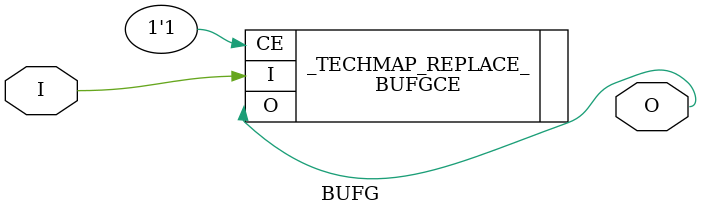
<source format=v>

module INV(input I, output O);

LUT1 #(.INIT(2'b01)) _TECHMAP_REPLACE_ (.I0(I), .O(O));

endmodule

module BUF(input I, output O);

LUT1 #(.INIT(2'b10)) _TECHMAP_REPLACE_ (.I0(I), .O(O));

endmodule

module BUFG(input I, output O);

BUFGCE #(.SIM_DEVICE("ULTRASCALE_PLUS")) _TECHMAP_REPLACE_ (.I(I), .CE(1'b1), .O(O));

endmodule

</source>
